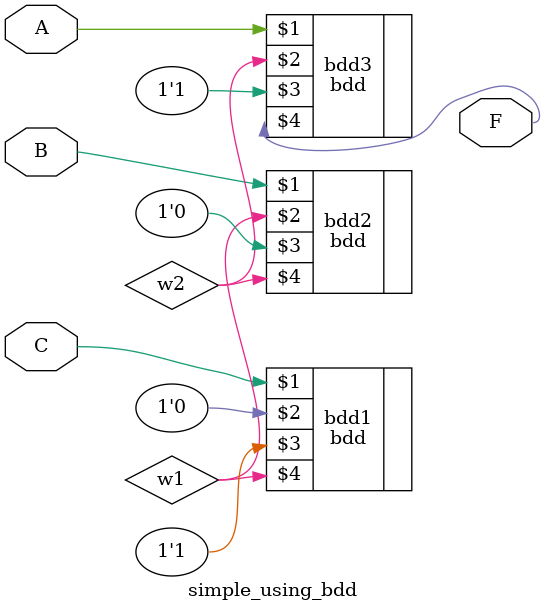
<source format=v>
module simple_using_bdd(A, B, C, F);
	input A, B, C;
	output F;
	wire w1;

	parameter g0 = 1'b0;
	parameter g1 = 1'b1;

	bdd bdd1(C, g0, g1, w1);
	bdd bdd2(B, w1, g0, w2);
	bdd bdd3(A, w2, g1, F);
endmodule

</source>
